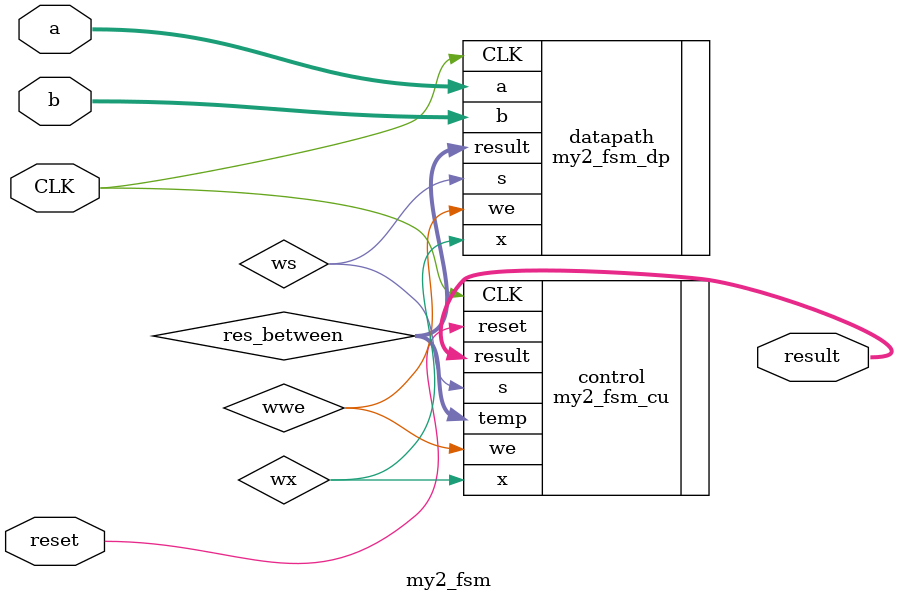
<source format=v>
module my2_fsm(
	output [31:0]result,
	input [31:0] a,
	input [31:0] b,
	input reset,
	input CLK
	
);

wire wx, wwe, ws;
wire [31:0]res_between;

my2_fsm_cu control(
.reset(reset),
.CLK(CLK),
.x(wx),
.temp(res_between),
.we(wwe),
.s(ws),
.result(result)
);

my2_fsm_dp datapath(
.CLK(CLK),
.s(ws),
.we(wwe),
.a(a),
.b(b),
.x(wx),
.result(res_between)
);


endmodule

</source>
